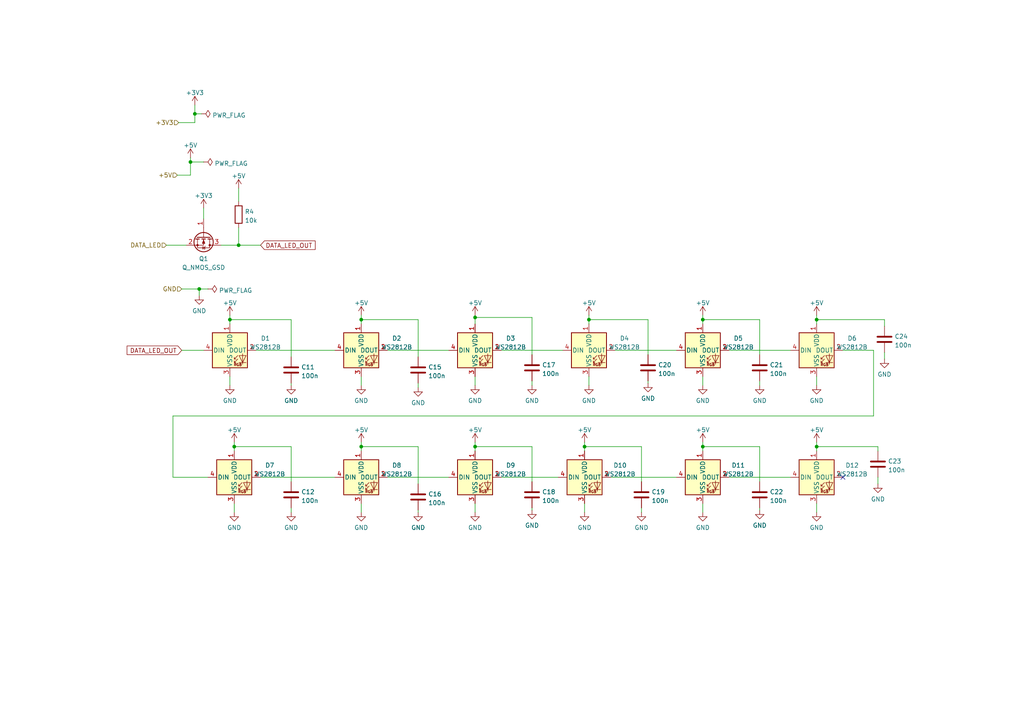
<source format=kicad_sch>
(kicad_sch (version 20211123) (generator eeschema)
  (paper "A4")
  (title_block (title "WS2812C") (rev "1"))
  (lib_symbols
    (symbol "Device:C" (pin_numbers hide) (pin_names (offset 0.254))
      (property "Reference" "C" (at 0.635 2.54 0))
      (property "Value" "C" (at 0.635 -2.54 0))
      (symbol "C_0_1"
        (polyline (pts (xy -2.032 -0.762) (xy 2.032 -0.762)) (stroke (width 0.508)))
        (polyline (pts (xy -2.032 0.762) (xy 2.032 0.762)) (stroke (width 0.508)))
      )
      (symbol "C_1_1"
        (pin passive line (at 0 3.81 270) (length 2.794) (name "~") (number "1"))
        (pin passive line (at 0 -3.81 90) (length 2.794) (name "~") (number "2"))
      )
    )
    (symbol "Device:Q_NMOS_GSD" (pin_names (offset 0) hide)
      (property "Reference" "Q" (at 5.08 1.27 0))
      (property "Value" "Q_NMOS_GSD" (at 5.08 -1.27 0))
      (symbol "Q_NMOS_GSD_0_1"
        (polyline (pts (xy 0.254 0) (xy -2.54 0)))
        (polyline (pts (xy 0.254 1.905) (xy 0.254 -1.905)) (stroke (width 0.254)))
        (polyline (pts (xy 0.762 -1.27) (xy 0.762 -2.286)) (stroke (width 0.254)))
        (polyline (pts (xy 0.762 0.508) (xy 0.762 -0.508)) (stroke (width 0.254)))
        (polyline (pts (xy 0.762 2.286) (xy 0.762 1.27)) (stroke (width 0.254)))
        (polyline (pts (xy 2.54 2.54) (xy 2.54 1.778)))
        (polyline (pts (xy 2.54 -2.54) (xy 2.54 0) (xy 0.762 0)))
        (polyline (pts (xy 0.762 -1.778) (xy 3.302 -1.778) (xy 3.302 1.778) (xy 0.762 1.778)))
        (polyline (pts (xy 1.016 0) (xy 2.032 0.381) (xy 2.032 -0.381) (xy 1.016 0)) (fill (type outline)))
        (polyline (pts (xy 2.794 0.508) (xy 2.921 0.381) (xy 3.683 0.381) (xy 3.81 0.254)))
        (polyline (pts (xy 3.302 0.381) (xy 2.921 -0.254) (xy 3.683 -0.254) (xy 3.302 0.381)))
        (circle (center 1.651 0) (radius 2.794) (stroke (width 0.254)))
        (circle (center 2.54 -1.778) (radius 0.254) (fill (type outline)))
        (circle (center 2.54 1.778) (radius 0.254) (fill (type outline)))
      )
      (symbol "Q_NMOS_GSD_1_1"
        (pin input line (at -5.08 0 0) (length 2.54) (name "G") (number "1"))
        (pin passive line (at 2.54 -5.08 90) (length 2.54) (name "S") (number "2"))
        (pin passive line (at 2.54 5.08 270) (length 2.54) (name "D") (number "3"))
      )
    )
    (symbol "Device:R" (pin_numbers hide) (pin_names (offset 0))
      (property "Reference" "R" (at 2.032 0 90))
      (property "Value" "R" (at 0 0 90))
      (symbol "R_0_1"
        (rectangle (start -1.016 -2.54) (end 1.016 2.54) (stroke (width 0.254)))
      )
      (symbol "R_1_1"
        (pin passive line (at 0 3.81 270) (length 1.27) (name "~") (number "1"))
        (pin passive line (at 0 -3.81 90) (length 1.27) (name "~") (number "2"))
      )
    )
    (symbol "LED:WS2812B" (pin_names (offset 0.254))
      (property "Reference" "D" (at 5.08 5.715 0))
      (property "Value" "WS2812B" (at 1.27 -5.715 0))
      (symbol "WS2812B_0_0"
        (text "RGB" (at 2.286 -4.191 0) (effects (font (size 0.762 0.762))))
      )
      (symbol "WS2812B_0_1"
        (polyline (pts (xy 1.27 -3.556) (xy 1.778 -3.556)))
        (polyline (pts (xy 1.27 -2.54) (xy 1.778 -2.54)))
        (polyline (pts (xy 4.699 -3.556) (xy 2.667 -3.556)))
        (polyline (pts (xy 2.286 -2.54) (xy 1.27 -3.556) (xy 1.27 -3.048)))
        (polyline (pts (xy 2.286 -1.524) (xy 1.27 -2.54) (xy 1.27 -2.032)))
        (polyline (pts (xy 3.683 -1.016) (xy 3.683 -3.556) (xy 3.683 -4.064)))
        (polyline (pts (xy 4.699 -1.524) (xy 2.667 -1.524) (xy 3.683 -3.556) (xy 4.699 -1.524)))
        (rectangle (start 5.08 5.08) (end -5.08 -5.08) (stroke (width 0.254)) (fill (type background)))
      )
      (symbol "WS2812B_1_1"
        (pin power_in line (at 0 7.62 270) (length 2.54) (name "VDD") (number "1"))
        (pin output line (at 7.62 0 180) (length 2.54) (name "DOUT") (number "2"))
        (pin power_in line (at 0 -7.62 90) (length 2.54) (name "VSS") (number "3"))
        (pin input line (at -7.62 0 0) (length 2.54) (name "DIN") (number "4"))
      )
    )
    (symbol "power:+3V3" (power) (pin_names (offset 0))
      (property "Value" "+3V3" (at 0 3.556 0))
      (symbol "+3V3_0_1"
        (polyline (pts (xy -0.762 1.27) (xy 0 2.54)))
        (polyline (pts (xy 0 0) (xy 0 2.54)))
        (polyline (pts (xy 0 2.54) (xy 0.762 1.27)))
      )
      (symbol "+3V3_1_1"
        (pin power_in line (at 0 0 90) (length 0) hide (name "+3V3") (number "1"))
      )
    )
    (symbol "power:+5V" (power) (pin_names (offset 0))
      (property "Value" "+5V" (at 0 3.556 0))
      (symbol "+5V_0_1"
        (polyline (pts (xy -0.762 1.27) (xy 0 2.54)))
        (polyline (pts (xy 0 0) (xy 0 2.54)))
        (polyline (pts (xy 0 2.54) (xy 0.762 1.27)))
      )
      (symbol "+5V_1_1"
        (pin power_in line (at 0 0 90) (length 0) hide (name "+5V") (number "1"))
      )
    )
    (symbol "power:GND" (power) (pin_names (offset 0))
      (property "Value" "GND" (at 0 -3.81 0))
      (symbol "GND_0_1"
        (polyline (pts (xy 0 0) (xy 0 -1.27) (xy 1.27 -1.27) (xy 0 -2.54) (xy -1.27 -1.27) (xy 0 -1.27)))
      )
      (symbol "GND_1_1"
        (pin power_in line (at 0 0 270) (length 0) hide (name "GND") (number "1"))
      )
    )
    (symbol "power:PWR_FLAG" (power) (pin_numbers hide) (pin_names (offset 0) hide)
      (property "Value" "PWR_FLAG" (at 0 3.81 0))
      (symbol "PWR_FLAG_0_0"
        (pin power_out line (at 0 0 90) (length 0) (name "pwr") (number "1"))
      )
      (symbol "PWR_FLAG_0_1"
        (polyline (pts (xy 0 0) (xy 0 1.27) (xy -1.016 1.905) (xy 0 2.54) (xy 1.016 1.905) (xy 0 1.27)))
      )
    )
  )
  (junction (at 104.775 92.71))
  (junction (at 104.775 129.54))
  (junction (at 236.855 92.71))
  (junction (at 137.795 129.54))
  (junction (at 203.835 92.71))
  (junction (at 66.675 92.71))
  (junction (at 236.855 129.54))
  (junction (at 137.795 92.075))
  (junction (at 203.835 129.54))
  (junction (at 67.945 129.54))
  (junction (at 170.815 92.71))
  (junction (at 57.785 83.82))
  (junction (at 69.215 71.12))
  (junction (at 56.515 33.02))
  (junction (at 55.245 46.99))
  (junction (at 169.545 129.54))
  (no_connect (at 244.475 138.43))
  (wire (pts (xy 170.815 109.22) (xy 170.815 111.76)))
  (wire (pts (xy 154.305 147.32) (xy 154.305 147.955)))
  (wire (pts (xy 104.775 128.27) (xy 104.775 129.54)))
  (wire (pts (xy 178.435 101.6) (xy 196.215 101.6)))
  (wire (pts (xy 55.245 45.72) (xy 55.245 46.99)))
  (wire (pts (xy 256.54 102.235) (xy 256.54 104.14)))
  (wire (pts (xy 57.785 83.82) (xy 60.325 83.82)))
  (wire (pts (xy 254.635 129.54) (xy 236.855 129.54)))
  (wire (pts (xy 154.305 92.075) (xy 137.795 92.075)))
  (wire (pts (xy 84.455 139.7) (xy 84.455 129.54)))
  (wire (pts (xy 50.165 138.43) (xy 60.325 138.43)))
  (wire (pts (xy 121.285 111.125) (xy 121.285 112.395)))
  (wire (pts (xy 236.855 92.71) (xy 236.855 93.98)))
  (wire (pts (xy 84.455 111.125) (xy 84.455 111.76)))
  (wire (pts (xy 104.775 109.22) (xy 104.775 111.76)))
  (wire (pts (xy 137.795 129.54) (xy 137.795 130.81)))
  (wire (pts (xy 57.785 85.725) (xy 57.785 83.82)))
  (wire (pts (xy 220.345 110.49) (xy 220.345 111.76)))
  (wire (pts (xy 57.785 83.82) (xy 52.705 83.82)))
  (wire (pts (xy 186.055 139.7) (xy 186.055 129.54)))
  (wire (pts (xy 203.835 128.27) (xy 203.835 129.54)))
  (wire (pts (xy 67.945 146.05) (xy 67.945 148.59)))
  (wire (pts (xy 256.54 92.71) (xy 236.855 92.71)))
  (wire (pts (xy 154.305 129.54) (xy 137.795 129.54)))
  (wire (pts (xy 220.345 147.32) (xy 220.345 147.955)))
  (wire (pts (xy 66.675 91.44) (xy 66.675 92.71)))
  (wire (pts (xy 253.365 101.6) (xy 253.365 120.65)))
  (wire (pts (xy 220.345 102.87) (xy 220.345 92.71)))
  (wire (pts (xy 55.245 46.99) (xy 55.245 50.8)))
  (wire (pts (xy 121.285 92.71) (xy 104.775 92.71)))
  (wire (pts (xy 56.515 33.02) (xy 56.515 35.56)))
  (wire (pts (xy 169.545 128.27) (xy 169.545 129.54)))
  (wire (pts (xy 55.245 50.8) (xy 51.435 50.8)))
  (wire (pts (xy 211.455 138.43) (xy 229.235 138.43)))
  (wire (pts (xy 55.245 46.99) (xy 59.055 46.99)))
  (wire (pts (xy 236.855 146.05) (xy 236.855 148.59)))
  (wire (pts (xy 170.815 91.44) (xy 170.815 92.71)))
  (wire (pts (xy 104.775 92.71) (xy 104.775 93.98)))
  (wire (pts (xy 170.815 92.71) (xy 170.815 93.98)))
  (wire (pts (xy 84.455 103.505) (xy 84.455 92.71)))
  (wire (pts (xy 145.415 138.43) (xy 161.925 138.43)))
  (wire (pts (xy 66.675 92.71) (xy 66.675 93.98)))
  (wire (pts (xy 169.545 129.54) (xy 169.545 130.81)))
  (wire (pts (xy 112.395 138.43) (xy 130.175 138.43)))
  (wire (pts (xy 104.775 146.05) (xy 104.775 148.59)))
  (wire (pts (xy 137.795 91.44) (xy 137.795 92.075)))
  (wire (pts (xy 154.305 139.7) (xy 154.305 129.54)))
  (wire (pts (xy 254.635 138.43) (xy 254.635 140.335)))
  (wire (pts (xy 137.795 128.27) (xy 137.795 129.54)))
  (wire (pts (xy 52.705 101.6) (xy 59.055 101.6)))
  (wire (pts (xy 50.165 120.65) (xy 50.165 138.43)))
  (wire (pts (xy 236.855 129.54) (xy 236.855 130.81)))
  (wire (pts (xy 137.795 109.22) (xy 137.795 111.76)))
  (wire (pts (xy 84.455 147.32) (xy 84.455 148.59)))
  (wire (pts (xy 154.305 102.87) (xy 154.305 92.075)))
  (wire (pts (xy 67.945 129.54) (xy 67.945 130.81)))
  (wire (pts (xy 59.055 60.325) (xy 59.055 63.5)))
  (wire (pts (xy 220.345 92.71) (xy 203.835 92.71)))
  (wire (pts (xy 187.96 102.87) (xy 187.96 92.71)))
  (wire (pts (xy 69.215 71.12) (xy 75.565 71.12)))
  (wire (pts (xy 256.54 94.615) (xy 256.54 92.71)))
  (wire (pts (xy 56.515 33.02) (xy 58.42 33.02)))
  (wire (pts (xy 67.945 128.27) (xy 67.945 129.54)))
  (wire (pts (xy 203.835 146.05) (xy 203.835 148.59)))
  (wire (pts (xy 236.855 91.44) (xy 236.855 92.71)))
  (wire (pts (xy 203.835 129.54) (xy 203.835 130.81)))
  (wire (pts (xy 145.415 101.6) (xy 163.195 101.6)))
  (wire (pts (xy 137.795 92.075) (xy 137.795 93.98)))
  (wire (pts (xy 121.285 147.955) (xy 121.285 148.59)))
  (wire (pts (xy 48.26 71.12) (xy 53.975 71.12)))
  (wire (pts (xy 203.835 92.71) (xy 203.835 93.98)))
  (wire (pts (xy 51.816 35.56) (xy 56.515 35.56)))
  (wire (pts (xy 137.795 146.05) (xy 137.795 148.59)))
  (wire (pts (xy 244.475 101.6) (xy 253.365 101.6)))
  (wire (pts (xy 154.305 110.49) (xy 154.305 111.76)))
  (wire (pts (xy 187.96 92.71) (xy 170.815 92.71)))
  (wire (pts (xy 69.215 54.61) (xy 69.215 58.42)))
  (wire (pts (xy 121.285 103.505) (xy 121.285 92.71)))
  (wire (pts (xy 112.395 101.6) (xy 130.175 101.6)))
  (wire (pts (xy 211.455 101.6) (xy 229.235 101.6)))
  (wire (pts (xy 169.545 146.05) (xy 169.545 148.59)))
  (wire (pts (xy 66.675 109.22) (xy 66.675 111.76)))
  (wire (pts (xy 186.055 129.54) (xy 169.545 129.54)))
  (wire (pts (xy 236.855 109.22) (xy 236.855 111.76)))
  (wire (pts (xy 186.055 147.32) (xy 186.055 148.59)))
  (wire (pts (xy 74.295 101.6) (xy 97.155 101.6)))
  (wire (pts (xy 187.96 110.49) (xy 187.96 111.125)))
  (wire (pts (xy 84.455 92.71) (xy 66.675 92.71)))
  (wire (pts (xy 254.635 130.81) (xy 254.635 129.54)))
  (wire (pts (xy 69.215 66.04) (xy 69.215 71.12)))
  (wire (pts (xy 84.455 129.54) (xy 67.945 129.54)))
  (wire (pts (xy 177.165 138.43) (xy 196.215 138.43)))
  (wire (pts (xy 203.835 109.22) (xy 203.835 111.76)))
  (wire (pts (xy 236.855 128.27) (xy 236.855 129.54)))
  (wire (pts (xy 64.135 71.12) (xy 69.215 71.12)))
  (wire (pts (xy 104.775 91.44) (xy 104.775 92.71)))
  (wire (pts (xy 121.285 140.335) (xy 121.285 129.54)))
  (wire (pts (xy 75.565 138.43) (xy 97.155 138.43)))
  (wire (pts (xy 253.365 120.65) (xy 50.165 120.65)))
  (wire (pts (xy 121.285 129.54) (xy 104.775 129.54)))
  (wire (pts (xy 203.835 91.44) (xy 203.835 92.71)))
  (wire (pts (xy 220.345 139.7) (xy 220.345 129.54)))
  (wire (pts (xy 104.775 129.54) (xy 104.775 130.81)))
  (wire (pts (xy 56.515 30.48) (xy 56.515 33.02)))
  (wire (pts (xy 220.345 129.54) (xy 203.835 129.54)))
  (global_label "DATA_LED_OUT" (shape input) (at 52.705 101.6 180) (property "Intersheet References" "${INTERSHEET_REFS}" (effects hide)))
  (global_label "DATA_LED_OUT" (shape input) (at 75.565 71.12 0) (property "Intersheet References" "${INTERSHEET_REFS}" (effects hide)))
  (hierarchical_label "GND" (shape input) (at 52.705 83.82 180))
  (hierarchical_label "DATA_LED" (shape input) (at 48.26 71.12 180))
  (hierarchical_label "+5V" (shape input) (at 51.435 50.8 180))
  (hierarchical_label "+3V3" (shape input) (at 51.816 35.56 180))
  (symbol (lib_id "power:GND") (at 186.055 148.59 0) (unit 1)
    (property "Reference" "#PWR0164" (effects hide))
    (property "Value" "GND" (at 186.055 153.0334 0))
  )
  (symbol (lib_id "Device:C") (at 84.455 107.315 0) (unit 1)
    (property "Reference" "C11" (at 87.376 106.4803 0) (effects (justify left)))
    (property "Value" "100n" (at 87.376 109.0172 0) (effects (justify left)))
    (property "Footprint" "Capacitor_SMD:C_0603_1608Metric" (effects hide))
    (property "LCSC" "C14663" (effects hide))
  )
  (symbol (lib_id "power:GND") (at 169.545 148.59 0) (unit 1)
    (property "Reference" "#PWR0114" (effects hide))
    (property "Value" "GND" (at 169.545 153.0334 0))
  )
  (symbol (lib_id "power:PWR_FLAG") (at 58.42 33.02 270) (unit 1)
    (property "Reference" "#FLG0107" (effects hide))
    (property "Value" "PWR_FLAG" (at 61.595 33.4538 90) (effects (justify left)))
  )
  (symbol (lib_id "Device:C") (at 256.54 98.425 0) (unit 1)
    (property "Reference" "C24" (at 259.461 97.5903 0) (effects (justify left)))
    (property "Value" "100n" (at 259.461 100.1272 0) (effects (justify left)))
    (property "Footprint" "Capacitor_SMD:C_0603_1608Metric" (effects hide))
    (property "LCSC" "C14663" (effects hide))
  )
  (symbol (lib_id "Device:C") (at 220.345 143.51 0) (unit 1)
    (property "Reference" "C22" (at 223.266 142.6753 0) (effects (justify left)))
    (property "Value" "100n" (at 223.266 145.2122 0) (effects (justify left)))
    (property "Footprint" "Capacitor_SMD:C_0603_1608Metric" (effects hide))
    (property "LCSC" "C14663" (effects hide))
  )
  (symbol (lib_id "power:GND") (at 220.345 147.955 0) (unit 1)
    (property "Reference" "#PWR0168" (effects hide))
    (property "Value" "GND" (at 220.345 152.3984 0))
  )
  (symbol (lib_id "power:GND") (at 121.285 148.59 0) (unit 1)
    (property "Reference" "#PWR0166" (effects hide))
    (property "Value" "GND" (at 121.285 153.0334 0))
  )
  (symbol (lib_id "power:GND") (at 203.835 148.59 0) (unit 1)
    (property "Reference" "#PWR0111" (effects hide))
    (property "Value" "GND" (at 203.835 153.0334 0))
  )
  (symbol (lib_id "Device:C") (at 187.96 106.68 0) (unit 1)
    (property "Reference" "C20" (at 190.881 105.8453 0) (effects (justify left)))
    (property "Value" "100n" (at 190.881 108.3822 0) (effects (justify left)))
    (property "Footprint" "Capacitor_SMD:C_0603_1608Metric" (effects hide))
    (property "LCSC" "C14663" (effects hide))
  )
  (symbol (lib_id "power:GND") (at 84.455 111.76 0) (unit 1)
    (property "Reference" "#PWR0170" (effects hide))
    (property "Value" "GND" (at 84.455 116.2034 0))
  )
  (symbol (lib_id "Device:C") (at 186.055 143.51 0) (unit 1)
    (property "Reference" "C19" (at 188.976 142.6753 0) (effects (justify left)))
    (property "Value" "100n" (at 188.976 145.2122 0) (effects (justify left)))
    (property "Footprint" "Capacitor_SMD:C_0603_1608Metric" (effects hide))
    (property "LCSC" "C14663" (effects hide))
  )
  (symbol (lib_id "power:+5V") (at 137.795 128.27 0) (unit 1)
    (property "Reference" "#PWR0117" (effects hide))
    (property "Value" "+5V" (at 137.795 124.6942 0))
  )
  (symbol (lib_id "Device:Q_NMOS_GSD") (at 59.055 68.58 270) (unit 1)
    (property "Reference" "Q1" (at 59.055 75.0554 90))
    (property "Value" "Q_NMOS_GSD" (at 59.055 77.5923 90))
    (property "Footprint" "Package_TO_SOT_SMD:SOT-23" (effects hide))
    (property "LCSC" "C8545" (effects hide))
  )
  (symbol (lib_id "power:GND") (at 170.815 111.76 0) (unit 1)
    (property "Reference" "#PWR0113" (effects hide))
    (property "Value" "GND" (at 170.815 116.2034 0))
  )
  (symbol (lib_id "power:PWR_FLAG") (at 59.055 46.99 270) (unit 1)
    (property "Reference" "#FLG0105" (effects hide))
    (property "Value" "PWR_FLAG" (at 62.23 47.4238 90) (effects (justify left)))
  )
  (symbol (lib_id "power:GND") (at 104.775 111.76 0) (unit 1)
    (property "Reference" "#PWR0118" (effects hide))
    (property "Value" "GND" (at 104.775 116.2034 0))
  )
  (symbol (lib_id "power:+3V3") (at 59.055 60.325 0) (unit 1)
    (property "Reference" "#PWR0179" (effects hide))
    (property "Value" "+3V3" (at 59.055 56.7492 0))
  )
  (symbol (lib_id "power:+3V3") (at 56.515 30.48 0) (unit 1)
    (property "Reference" "#PWR0181" (effects hide))
    (property "Value" "+3V3" (at 56.515 26.9042 0))
  )
  (symbol (lib_id "power:GND") (at 187.96 111.125 0) (unit 1)
    (property "Reference" "#PWR0169" (effects hide))
    (property "Value" "GND" (at 187.96 115.5684 0))
  )
  (symbol (lib_id "power:+5V") (at 236.855 128.27 0) (unit 1)
    (property "Reference" "#PWR0110" (effects hide))
    (property "Value" "+5V" (at 236.855 124.6942 0))
  )
  (symbol (lib_id "power:PWR_FLAG") (at 60.325 83.82 270) (unit 1)
    (property "Reference" "#FLG0106" (effects hide))
    (property "Value" "PWR_FLAG" (at 63.5 84.2538 90) (effects (justify left)))
  )
  (symbol (lib_id "LED:WS2812B") (at 66.675 101.6 0) (unit 1)
    (property "Reference" "D1" (at 76.9809 98.1416 0))
    (property "Value" "WS2812B" (at 76.9809 100.6785 0))
    (property "Footprint" "LED_SMD:LED_WS2812B_PLCC4_5.0x5.0mm_P3.2mm" (effects hide))
    (property "Datasheet" "https://datasheet.lcsc.com/lcsc/1810231210_Worldsemi-WS2812C_C114587.pdf" (effects hide))
    (property "LCSC" "C2761796" (effects hide))
  )
  (symbol (lib_id "power:+5V") (at 169.545 128.27 0) (unit 1)
    (property "Reference" "#PWR0112" (effects hide))
    (property "Value" "+5V" (at 169.545 124.6942 0))
  )
  (symbol (lib_id "LED:WS2812B") (at 203.835 138.43 0) (unit 1)
    (property "Reference" "D11" (at 214.1409 134.9716 0))
    (property "Value" "WS2812B" (at 214.1409 137.5085 0))
    (property "Footprint" "LED_SMD:LED_WS2812B_PLCC4_5.0x5.0mm_P3.2mm" (effects hide))
    (property "Datasheet" "https://datasheet.lcsc.com/lcsc/1810231210_Worldsemi-WS2812C_C114587.pdf" (effects hide))
    (property "LCSC" "C2761796" (effects hide))
  )
  (symbol (lib_id "power:GND") (at 154.305 111.76 0) (unit 1)
    (property "Reference" "#PWR0174" (effects hide))
    (property "Value" "GND" (at 154.305 116.2034 0))
  )
  (symbol (lib_id "power:+5V") (at 104.775 128.27 0) (unit 1)
    (property "Reference" "#PWR0126" (effects hide))
    (property "Value" "+5V" (at 104.775 124.6942 0))
  )
  (symbol (lib_id "LED:WS2812B") (at 170.815 101.6 0) (unit 1)
    (property "Reference" "D4" (at 181.1209 98.1416 0))
    (property "Value" "WS2812B" (at 181.1209 100.6785 0))
    (property "Footprint" "LED_SMD:LED_WS2812B_PLCC4_5.0x5.0mm_P3.2mm" (effects hide))
    (property "Datasheet" "https://datasheet.lcsc.com/lcsc/1810231210_Worldsemi-WS2812C_C114587.pdf" (effects hide))
    (property "LCSC" "C2761796" (effects hide))
  )
  (symbol (lib_id "power:GND") (at 57.785 85.725 0) (unit 1)
    (property "Reference" "#PWR0198" (effects hide))
    (property "Value" "GND" (at 57.785 90.1684 0))
  )
  (symbol (lib_id "LED:WS2812B") (at 169.545 138.43 0) (unit 1)
    (property "Reference" "D10" (at 179.8509 134.9716 0))
    (property "Value" "WS2812B" (at 179.8509 137.5085 0))
    (property "Footprint" "LED_SMD:LED_WS2812B_PLCC4_5.0x5.0mm_P3.2mm" (effects hide))
    (property "Datasheet" "https://datasheet.lcsc.com/lcsc/1810231210_Worldsemi-WS2812C_C114587.pdf" (effects hide))
    (property "LCSC" "C2761796" (effects hide))
  )
  (symbol (lib_id "Device:C") (at 154.305 106.68 0) (unit 1)
    (property "Reference" "C17" (at 157.226 105.8453 0) (effects (justify left)))
    (property "Value" "100n" (at 157.226 108.3822 0) (effects (justify left)))
    (property "Footprint" "Capacitor_SMD:C_0603_1608Metric" (effects hide))
    (property "LCSC" "C14663" (effects hide))
  )
  (symbol (lib_id "LED:WS2812B") (at 203.835 101.6 0) (unit 1)
    (property "Reference" "D5" (at 214.1409 98.1416 0))
    (property "Value" "WS2812B" (at 214.1409 100.6785 0))
    (property "Footprint" "LED_SMD:LED_WS2812B_PLCC4_5.0x5.0mm_P3.2mm" (effects hide))
    (property "Datasheet" "https://datasheet.lcsc.com/lcsc/1810231210_Worldsemi-WS2812C_C114587.pdf" (effects hide))
    (property "LCSC" "C2761796" (effects hide))
  )
  (symbol (lib_id "LED:WS2812B") (at 137.795 101.6 0) (unit 1)
    (property "Reference" "D3" (at 148.1009 98.1416 0))
    (property "Value" "WS2812B" (at 148.1009 100.6785 0))
    (property "Footprint" "LED_SMD:LED_WS2812B_PLCC4_5.0x5.0mm_P3.2mm" (effects hide))
    (property "Datasheet" "https://datasheet.lcsc.com/lcsc/1810231210_Worldsemi-WS2812C_C114587.pdf" (effects hide))
    (property "LCSC" "C2761796" (effects hide))
  )
  (symbol (lib_id "power:GND") (at 121.285 112.395 0) (unit 1)
    (property "Reference" "#PWR0162" (effects hide))
    (property "Value" "GND" (at 121.285 116.8384 0))
  )
  (symbol (lib_id "Device:C") (at 121.285 144.145 0) (unit 1)
    (property "Reference" "C16" (at 124.206 143.3103 0) (effects (justify left)))
    (property "Value" "100n" (at 124.206 145.8472 0) (effects (justify left)))
    (property "Footprint" "Capacitor_SMD:C_0603_1608Metric" (effects hide))
    (property "LCSC" "C14663" (effects hide))
  )
  (symbol (lib_id "LED:WS2812B") (at 104.775 138.43 0) (unit 1)
    (property "Reference" "D8" (at 115.0809 134.9716 0))
    (property "Value" "WS2812B" (at 115.0809 137.5085 0))
    (property "Footprint" "LED_SMD:LED_WS2812B_PLCC4_5.0x5.0mm_P3.2mm" (effects hide))
    (property "Datasheet" "https://datasheet.lcsc.com/lcsc/1810231210_Worldsemi-WS2812C_C114587.pdf" (effects hide))
    (property "LCSC" "C2761796" (effects hide))
  )
  (symbol (lib_id "power:+5V") (at 137.795 91.44 0) (unit 1)
    (property "Reference" "#PWR0115" (effects hide))
    (property "Value" "+5V" (at 137.795 87.8642 0))
  )
  (symbol (lib_id "power:GND") (at 203.835 111.76 0) (unit 1)
    (property "Reference" "#PWR0105" (effects hide))
    (property "Value" "GND" (at 203.835 116.2034 0))
  )
  (symbol (lib_id "power:GND") (at 256.54 104.14 0) (unit 1)
    (property "Reference" "#PWR0173" (effects hide))
    (property "Value" "GND" (at 256.54 108.5834 0))
  )
  (symbol (lib_id "power:GND") (at 137.795 111.76 0) (unit 1)
    (property "Reference" "#PWR0116" (effects hide))
    (property "Value" "GND" (at 137.795 116.2034 0))
  )
  (symbol (lib_id "power:GND") (at 66.675 111.76 0) (unit 1)
    (property "Reference" "#PWR0122" (effects hide))
    (property "Value" "GND" (at 66.675 116.2034 0))
  )
  (symbol (lib_id "power:GND") (at 220.345 111.76 0) (unit 1)
    (property "Reference" "#PWR0171" (effects hide))
    (property "Value" "GND" (at 220.345 116.2034 0))
  )
  (symbol (lib_id "Device:C") (at 154.305 143.51 0) (unit 1)
    (property "Reference" "C18" (at 157.226 142.6753 0) (effects (justify left)))
    (property "Value" "100n" (at 157.226 145.2122 0) (effects (justify left)))
    (property "Footprint" "Capacitor_SMD:C_0603_1608Metric" (effects hide))
    (property "LCSC" "C14663" (effects hide))
  )
  (symbol (lib_id "Device:C") (at 84.455 143.51 0) (unit 1)
    (property "Reference" "C12" (at 87.376 142.6753 0) (effects (justify left)))
    (property "Value" "100n" (at 87.376 145.2122 0) (effects (justify left)))
    (property "Footprint" "Capacitor_SMD:C_0603_1608Metric" (effects hide))
    (property "LCSC" "C14663" (effects hide))
  )
  (symbol (lib_id "Device:C") (at 121.285 107.315 0) (unit 1)
    (property "Reference" "C15" (at 124.206 106.4803 0) (effects (justify left)))
    (property "Value" "100n" (at 124.206 109.0172 0) (effects (justify left)))
    (property "Footprint" "Capacitor_SMD:C_0603_1608Metric" (effects hide))
    (property "LCSC" "C14663" (effects hide))
  )
  (symbol (lib_id "power:GND") (at 154.305 147.955 0) (unit 1)
    (property "Reference" "#PWR0167" (effects hide))
    (property "Value" "GND" (at 154.305 152.3984 0))
  )
  (symbol (lib_id "power:+5V") (at 203.835 91.44 0) (unit 1)
    (property "Reference" "#PWR0108" (effects hide))
    (property "Value" "+5V" (at 203.835 87.8642 0))
  )
  (symbol (lib_id "power:+5V") (at 69.215 54.61 0) (unit 1)
    (property "Reference" "#PWR0180" (effects hide))
    (property "Value" "+5V" (at 69.215 51.0342 0))
  )
  (symbol (lib_id "power:+5V") (at 170.815 91.44 0) (unit 1)
    (property "Reference" "#PWR0107" (effects hide))
    (property "Value" "+5V" (at 170.815 87.8642 0))
  )
  (symbol (lib_id "power:+5V") (at 236.855 91.44 0) (unit 1)
    (property "Reference" "#PWR0104" (effects hide))
    (property "Value" "+5V" (at 236.855 87.8642 0))
  )
  (symbol (lib_id "power:GND") (at 236.855 111.76 0) (unit 1)
    (property "Reference" "#PWR0103" (effects hide))
    (property "Value" "GND" (at 236.855 116.2034 0))
  )
  (symbol (lib_id "power:+5V") (at 67.945 128.27 0) (unit 1)
    (property "Reference" "#PWR0124" (effects hide))
    (property "Value" "+5V" (at 67.945 124.6942 0))
  )
  (symbol (lib_id "power:GND") (at 67.945 148.59 0) (unit 1)
    (property "Reference" "#PWR0121" (effects hide))
    (property "Value" "GND" (at 67.945 153.0334 0))
  )
  (symbol (lib_id "power:+5V") (at 55.245 45.72 0) (unit 1)
    (property "Reference" "#PWR0163" (effects hide))
    (property "Value" "+5V" (at 55.245 42.1442 0))
  )
  (symbol (lib_id "Device:R") (at 69.215 62.23 0) (unit 1)
    (property "Reference" "R4" (at 70.993 61.3953 0) (effects (justify left)))
    (property "Value" "10k" (at 70.993 63.9322 0) (effects (justify left)))
    (property "Footprint" "Resistor_SMD:R_0603_1608Metric" (effects hide))
    (property "LCSC" "C25804" (effects hide))
  )
  (symbol (lib_id "LED:WS2812B") (at 236.855 138.43 0) (unit 1)
    (property "Reference" "D12" (at 247.1609 134.9716 0))
    (property "Value" "WS2812B" (at 247.1609 137.5085 0))
    (property "Footprint" "LED_SMD:LED_WS2812B_PLCC4_5.0x5.0mm_P3.2mm" (effects hide))
    (property "Datasheet" "https://datasheet.lcsc.com/lcsc/1810231210_Worldsemi-WS2812C_C114587.pdf" (effects hide))
    (property "LCSC" "C2761796" (effects hide))
  )
  (symbol (lib_id "LED:WS2812B") (at 236.855 101.6 0) (unit 1)
    (property "Reference" "D6" (at 247.1609 98.1416 0))
    (property "Value" "WS2812B" (at 247.1609 100.6785 0))
    (property "Footprint" "LED_SMD:LED_WS2812B_PLCC4_5.0x5.0mm_P3.2mm" (effects hide))
    (property "Datasheet" "https://datasheet.lcsc.com/lcsc/1810231210_Worldsemi-WS2812C_C114587.pdf" (effects hide))
    (property "LCSC" "C2761796" (effects hide))
  )
  (symbol (lib_id "power:+5V") (at 66.675 91.44 0) (unit 1)
    (property "Reference" "#PWR0123" (effects hide))
    (property "Value" "+5V" (at 66.675 87.8642 0))
  )
  (symbol (lib_id "power:+5V") (at 203.835 128.27 0) (unit 1)
    (property "Reference" "#PWR0106" (effects hide))
    (property "Value" "+5V" (at 203.835 124.6942 0))
  )
  (symbol (lib_id "Device:C") (at 254.635 134.62 0) (unit 1)
    (property "Reference" "C23" (at 257.556 133.7853 0) (effects (justify left)))
    (property "Value" "100n" (at 257.556 136.3222 0) (effects (justify left)))
    (property "Footprint" "Capacitor_SMD:C_0603_1608Metric" (effects hide))
    (property "LCSC" "C14663" (effects hide))
  )
  (symbol (lib_id "power:GND") (at 137.795 148.59 0) (unit 1)
    (property "Reference" "#PWR0120" (effects hide))
    (property "Value" "GND" (at 137.795 153.0334 0))
  )
  (symbol (lib_id "power:GND") (at 84.455 148.59 0) (unit 1)
    (property "Reference" "#PWR0165" (effects hide))
    (property "Value" "GND" (at 84.455 153.0334 0))
  )
  (symbol (lib_id "LED:WS2812B") (at 137.795 138.43 0) (unit 1)
    (property "Reference" "D9" (at 148.1009 134.9716 0))
    (property "Value" "WS2812B" (at 148.1009 137.5085 0))
    (property "Footprint" "LED_SMD:LED_WS2812B_PLCC4_5.0x5.0mm_P3.2mm" (effects hide))
    (property "Datasheet" "https://datasheet.lcsc.com/lcsc/1810231210_Worldsemi-WS2812C_C114587.pdf" (effects hide))
    (property "LCSC" "C2761796" (effects hide))
  )
  (symbol (lib_id "Device:C") (at 220.345 106.68 0) (unit 1)
    (property "Reference" "C21" (at 223.266 105.8453 0) (effects (justify left)))
    (property "Value" "100n" (at 223.266 108.3822 0) (effects (justify left)))
    (property "Footprint" "Capacitor_SMD:C_0603_1608Metric" (effects hide))
    (property "LCSC" "C14663" (effects hide))
  )
  (symbol (lib_id "LED:WS2812B") (at 104.775 101.6 0) (unit 1)
    (property "Reference" "D2" (at 115.0809 98.1416 0))
    (property "Value" "WS2812B" (at 115.0809 100.6785 0))
    (property "Footprint" "LED_SMD:LED_WS2812B_PLCC4_5.0x5.0mm_P3.2mm" (effects hide))
    (property "Datasheet" "https://datasheet.lcsc.com/lcsc/1810231210_Worldsemi-WS2812C_C114587.pdf" (effects hide))
    (property "LCSC" "C2761796" (effects hide))
  )
  (symbol (lib_id "power:GND") (at 236.855 148.59 0) (unit 1)
    (property "Reference" "#PWR0109" (effects hide))
    (property "Value" "GND" (at 236.855 153.0334 0))
  )
  (symbol (lib_id "power:+5V") (at 104.775 91.44 0) (unit 1)
    (property "Reference" "#PWR0125" (effects hide))
    (property "Value" "+5V" (at 104.775 87.8642 0))
  )
  (symbol (lib_id "power:GND") (at 254.635 140.335 0) (unit 1)
    (property "Reference" "#PWR0172" (effects hide))
    (property "Value" "GND" (at 254.635 144.7784 0))
  )
  (symbol (lib_id "LED:WS2812B") (at 67.945 138.43 0) (unit 1)
    (property "Reference" "D7" (at 78.2509 134.9716 0))
    (property "Value" "WS2812B" (at 78.2509 137.5085 0))
    (property "Footprint" "LED_SMD:LED_WS2812B_PLCC4_5.0x5.0mm_P3.2mm" (effects hide))
    (property "Datasheet" "https://datasheet.lcsc.com/lcsc/1810231210_Worldsemi-WS2812C_C114587.pdf" (effects hide))
    (property "LCSC" "C2761796" (effects hide))
  )
  (symbol (lib_id "power:GND") (at 104.775 148.59 0) (unit 1)
    (property "Reference" "#PWR0119" (effects hide))
    (property "Value" "GND" (at 104.775 153.0334 0))
  )
)
</source>
